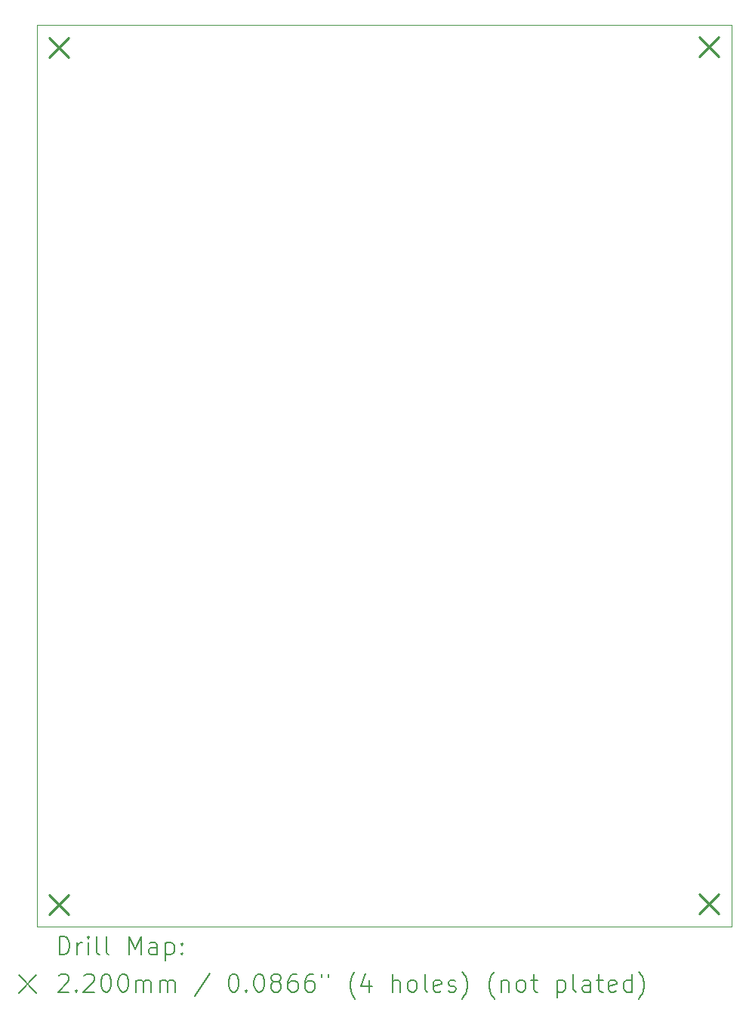
<source format=gbr>
%TF.GenerationSoftware,KiCad,Pcbnew,6.0.7-f9a2dced07~116~ubuntu20.04.1*%
%TF.CreationDate,2022-08-19T20:43:40+02:00*%
%TF.ProjectId,sboxnet-booster,73626f78-6e65-4742-9d62-6f6f73746572,rev?*%
%TF.SameCoordinates,Original*%
%TF.FileFunction,Drillmap*%
%TF.FilePolarity,Positive*%
%FSLAX45Y45*%
G04 Gerber Fmt 4.5, Leading zero omitted, Abs format (unit mm)*
G04 Created by KiCad (PCBNEW 6.0.7-f9a2dced07~116~ubuntu20.04.1) date 2022-08-19 20:43:40*
%MOMM*%
%LPD*%
G01*
G04 APERTURE LIST*
%ADD10C,0.050000*%
%ADD11C,0.200000*%
%ADD12C,0.220000*%
G04 APERTURE END LIST*
D10*
X5822400Y-5416550D02*
X13611000Y-5416550D01*
X13611000Y-5416550D02*
X13611000Y-15527450D01*
X13611000Y-15527450D02*
X5822400Y-15527450D01*
X5822400Y-15527450D02*
X5822400Y-5416550D01*
D11*
D12*
X5960000Y-5560000D02*
X6180000Y-5780000D01*
X6180000Y-5560000D02*
X5960000Y-5780000D01*
X5960000Y-15170000D02*
X6180000Y-15390000D01*
X6180000Y-15170000D02*
X5960000Y-15390000D01*
X13250000Y-5550000D02*
X13470000Y-5770000D01*
X13470000Y-5550000D02*
X13250000Y-5770000D01*
X13250000Y-15160000D02*
X13470000Y-15380000D01*
X13470000Y-15160000D02*
X13250000Y-15380000D01*
D11*
X6077519Y-15840426D02*
X6077519Y-15640426D01*
X6125138Y-15640426D01*
X6153709Y-15649950D01*
X6172757Y-15668998D01*
X6182281Y-15688045D01*
X6191805Y-15726140D01*
X6191805Y-15754712D01*
X6182281Y-15792807D01*
X6172757Y-15811855D01*
X6153709Y-15830902D01*
X6125138Y-15840426D01*
X6077519Y-15840426D01*
X6277519Y-15840426D02*
X6277519Y-15707093D01*
X6277519Y-15745188D02*
X6287043Y-15726140D01*
X6296567Y-15716617D01*
X6315614Y-15707093D01*
X6334662Y-15707093D01*
X6401328Y-15840426D02*
X6401328Y-15707093D01*
X6401328Y-15640426D02*
X6391805Y-15649950D01*
X6401328Y-15659474D01*
X6410852Y-15649950D01*
X6401328Y-15640426D01*
X6401328Y-15659474D01*
X6525138Y-15840426D02*
X6506090Y-15830902D01*
X6496567Y-15811855D01*
X6496567Y-15640426D01*
X6629900Y-15840426D02*
X6610852Y-15830902D01*
X6601328Y-15811855D01*
X6601328Y-15640426D01*
X6858471Y-15840426D02*
X6858471Y-15640426D01*
X6925138Y-15783283D01*
X6991805Y-15640426D01*
X6991805Y-15840426D01*
X7172757Y-15840426D02*
X7172757Y-15735664D01*
X7163233Y-15716617D01*
X7144186Y-15707093D01*
X7106090Y-15707093D01*
X7087043Y-15716617D01*
X7172757Y-15830902D02*
X7153709Y-15840426D01*
X7106090Y-15840426D01*
X7087043Y-15830902D01*
X7077519Y-15811855D01*
X7077519Y-15792807D01*
X7087043Y-15773759D01*
X7106090Y-15764236D01*
X7153709Y-15764236D01*
X7172757Y-15754712D01*
X7267995Y-15707093D02*
X7267995Y-15907093D01*
X7267995Y-15716617D02*
X7287043Y-15707093D01*
X7325138Y-15707093D01*
X7344186Y-15716617D01*
X7353709Y-15726140D01*
X7363233Y-15745188D01*
X7363233Y-15802331D01*
X7353709Y-15821378D01*
X7344186Y-15830902D01*
X7325138Y-15840426D01*
X7287043Y-15840426D01*
X7267995Y-15830902D01*
X7448948Y-15821378D02*
X7458471Y-15830902D01*
X7448948Y-15840426D01*
X7439424Y-15830902D01*
X7448948Y-15821378D01*
X7448948Y-15840426D01*
X7448948Y-15716617D02*
X7458471Y-15726140D01*
X7448948Y-15735664D01*
X7439424Y-15726140D01*
X7448948Y-15716617D01*
X7448948Y-15735664D01*
X5619900Y-16069950D02*
X5819900Y-16269950D01*
X5819900Y-16069950D02*
X5619900Y-16269950D01*
X6067995Y-16079474D02*
X6077519Y-16069950D01*
X6096567Y-16060426D01*
X6144186Y-16060426D01*
X6163233Y-16069950D01*
X6172757Y-16079474D01*
X6182281Y-16098521D01*
X6182281Y-16117569D01*
X6172757Y-16146140D01*
X6058471Y-16260426D01*
X6182281Y-16260426D01*
X6267995Y-16241378D02*
X6277519Y-16250902D01*
X6267995Y-16260426D01*
X6258471Y-16250902D01*
X6267995Y-16241378D01*
X6267995Y-16260426D01*
X6353709Y-16079474D02*
X6363233Y-16069950D01*
X6382281Y-16060426D01*
X6429900Y-16060426D01*
X6448948Y-16069950D01*
X6458471Y-16079474D01*
X6467995Y-16098521D01*
X6467995Y-16117569D01*
X6458471Y-16146140D01*
X6344186Y-16260426D01*
X6467995Y-16260426D01*
X6591805Y-16060426D02*
X6610852Y-16060426D01*
X6629900Y-16069950D01*
X6639424Y-16079474D01*
X6648948Y-16098521D01*
X6658471Y-16136617D01*
X6658471Y-16184236D01*
X6648948Y-16222331D01*
X6639424Y-16241378D01*
X6629900Y-16250902D01*
X6610852Y-16260426D01*
X6591805Y-16260426D01*
X6572757Y-16250902D01*
X6563233Y-16241378D01*
X6553709Y-16222331D01*
X6544186Y-16184236D01*
X6544186Y-16136617D01*
X6553709Y-16098521D01*
X6563233Y-16079474D01*
X6572757Y-16069950D01*
X6591805Y-16060426D01*
X6782281Y-16060426D02*
X6801328Y-16060426D01*
X6820376Y-16069950D01*
X6829900Y-16079474D01*
X6839424Y-16098521D01*
X6848948Y-16136617D01*
X6848948Y-16184236D01*
X6839424Y-16222331D01*
X6829900Y-16241378D01*
X6820376Y-16250902D01*
X6801328Y-16260426D01*
X6782281Y-16260426D01*
X6763233Y-16250902D01*
X6753709Y-16241378D01*
X6744186Y-16222331D01*
X6734662Y-16184236D01*
X6734662Y-16136617D01*
X6744186Y-16098521D01*
X6753709Y-16079474D01*
X6763233Y-16069950D01*
X6782281Y-16060426D01*
X6934662Y-16260426D02*
X6934662Y-16127093D01*
X6934662Y-16146140D02*
X6944186Y-16136617D01*
X6963233Y-16127093D01*
X6991805Y-16127093D01*
X7010852Y-16136617D01*
X7020376Y-16155664D01*
X7020376Y-16260426D01*
X7020376Y-16155664D02*
X7029900Y-16136617D01*
X7048948Y-16127093D01*
X7077519Y-16127093D01*
X7096567Y-16136617D01*
X7106090Y-16155664D01*
X7106090Y-16260426D01*
X7201328Y-16260426D02*
X7201328Y-16127093D01*
X7201328Y-16146140D02*
X7210852Y-16136617D01*
X7229900Y-16127093D01*
X7258471Y-16127093D01*
X7277519Y-16136617D01*
X7287043Y-16155664D01*
X7287043Y-16260426D01*
X7287043Y-16155664D02*
X7296567Y-16136617D01*
X7315614Y-16127093D01*
X7344186Y-16127093D01*
X7363233Y-16136617D01*
X7372757Y-16155664D01*
X7372757Y-16260426D01*
X7763233Y-16050902D02*
X7591805Y-16308045D01*
X8020376Y-16060426D02*
X8039424Y-16060426D01*
X8058471Y-16069950D01*
X8067995Y-16079474D01*
X8077519Y-16098521D01*
X8087043Y-16136617D01*
X8087043Y-16184236D01*
X8077519Y-16222331D01*
X8067995Y-16241378D01*
X8058471Y-16250902D01*
X8039424Y-16260426D01*
X8020376Y-16260426D01*
X8001328Y-16250902D01*
X7991805Y-16241378D01*
X7982281Y-16222331D01*
X7972757Y-16184236D01*
X7972757Y-16136617D01*
X7982281Y-16098521D01*
X7991805Y-16079474D01*
X8001328Y-16069950D01*
X8020376Y-16060426D01*
X8172757Y-16241378D02*
X8182281Y-16250902D01*
X8172757Y-16260426D01*
X8163233Y-16250902D01*
X8172757Y-16241378D01*
X8172757Y-16260426D01*
X8306090Y-16060426D02*
X8325138Y-16060426D01*
X8344186Y-16069950D01*
X8353709Y-16079474D01*
X8363233Y-16098521D01*
X8372757Y-16136617D01*
X8372757Y-16184236D01*
X8363233Y-16222331D01*
X8353709Y-16241378D01*
X8344186Y-16250902D01*
X8325138Y-16260426D01*
X8306090Y-16260426D01*
X8287043Y-16250902D01*
X8277519Y-16241378D01*
X8267995Y-16222331D01*
X8258471Y-16184236D01*
X8258471Y-16136617D01*
X8267995Y-16098521D01*
X8277519Y-16079474D01*
X8287043Y-16069950D01*
X8306090Y-16060426D01*
X8487043Y-16146140D02*
X8467995Y-16136617D01*
X8458471Y-16127093D01*
X8448948Y-16108045D01*
X8448948Y-16098521D01*
X8458471Y-16079474D01*
X8467995Y-16069950D01*
X8487043Y-16060426D01*
X8525138Y-16060426D01*
X8544186Y-16069950D01*
X8553710Y-16079474D01*
X8563233Y-16098521D01*
X8563233Y-16108045D01*
X8553710Y-16127093D01*
X8544186Y-16136617D01*
X8525138Y-16146140D01*
X8487043Y-16146140D01*
X8467995Y-16155664D01*
X8458471Y-16165188D01*
X8448948Y-16184236D01*
X8448948Y-16222331D01*
X8458471Y-16241378D01*
X8467995Y-16250902D01*
X8487043Y-16260426D01*
X8525138Y-16260426D01*
X8544186Y-16250902D01*
X8553710Y-16241378D01*
X8563233Y-16222331D01*
X8563233Y-16184236D01*
X8553710Y-16165188D01*
X8544186Y-16155664D01*
X8525138Y-16146140D01*
X8734662Y-16060426D02*
X8696567Y-16060426D01*
X8677519Y-16069950D01*
X8667995Y-16079474D01*
X8648948Y-16108045D01*
X8639424Y-16146140D01*
X8639424Y-16222331D01*
X8648948Y-16241378D01*
X8658471Y-16250902D01*
X8677519Y-16260426D01*
X8715614Y-16260426D01*
X8734662Y-16250902D01*
X8744186Y-16241378D01*
X8753710Y-16222331D01*
X8753710Y-16174712D01*
X8744186Y-16155664D01*
X8734662Y-16146140D01*
X8715614Y-16136617D01*
X8677519Y-16136617D01*
X8658471Y-16146140D01*
X8648948Y-16155664D01*
X8639424Y-16174712D01*
X8925138Y-16060426D02*
X8887043Y-16060426D01*
X8867995Y-16069950D01*
X8858471Y-16079474D01*
X8839424Y-16108045D01*
X8829900Y-16146140D01*
X8829900Y-16222331D01*
X8839424Y-16241378D01*
X8848948Y-16250902D01*
X8867995Y-16260426D01*
X8906090Y-16260426D01*
X8925138Y-16250902D01*
X8934662Y-16241378D01*
X8944186Y-16222331D01*
X8944186Y-16174712D01*
X8934662Y-16155664D01*
X8925138Y-16146140D01*
X8906090Y-16136617D01*
X8867995Y-16136617D01*
X8848948Y-16146140D01*
X8839424Y-16155664D01*
X8829900Y-16174712D01*
X9020376Y-16060426D02*
X9020376Y-16098521D01*
X9096567Y-16060426D02*
X9096567Y-16098521D01*
X9391805Y-16336617D02*
X9382281Y-16327093D01*
X9363233Y-16298521D01*
X9353710Y-16279474D01*
X9344186Y-16250902D01*
X9334662Y-16203283D01*
X9334662Y-16165188D01*
X9344186Y-16117569D01*
X9353710Y-16088998D01*
X9363233Y-16069950D01*
X9382281Y-16041378D01*
X9391805Y-16031855D01*
X9553710Y-16127093D02*
X9553710Y-16260426D01*
X9506090Y-16050902D02*
X9458471Y-16193759D01*
X9582281Y-16193759D01*
X9810852Y-16260426D02*
X9810852Y-16060426D01*
X9896567Y-16260426D02*
X9896567Y-16155664D01*
X9887043Y-16136617D01*
X9867995Y-16127093D01*
X9839424Y-16127093D01*
X9820376Y-16136617D01*
X9810852Y-16146140D01*
X10020376Y-16260426D02*
X10001329Y-16250902D01*
X9991805Y-16241378D01*
X9982281Y-16222331D01*
X9982281Y-16165188D01*
X9991805Y-16146140D01*
X10001329Y-16136617D01*
X10020376Y-16127093D01*
X10048948Y-16127093D01*
X10067995Y-16136617D01*
X10077519Y-16146140D01*
X10087043Y-16165188D01*
X10087043Y-16222331D01*
X10077519Y-16241378D01*
X10067995Y-16250902D01*
X10048948Y-16260426D01*
X10020376Y-16260426D01*
X10201329Y-16260426D02*
X10182281Y-16250902D01*
X10172757Y-16231855D01*
X10172757Y-16060426D01*
X10353710Y-16250902D02*
X10334662Y-16260426D01*
X10296567Y-16260426D01*
X10277519Y-16250902D01*
X10267995Y-16231855D01*
X10267995Y-16155664D01*
X10277519Y-16136617D01*
X10296567Y-16127093D01*
X10334662Y-16127093D01*
X10353710Y-16136617D01*
X10363233Y-16155664D01*
X10363233Y-16174712D01*
X10267995Y-16193759D01*
X10439424Y-16250902D02*
X10458471Y-16260426D01*
X10496567Y-16260426D01*
X10515614Y-16250902D01*
X10525138Y-16231855D01*
X10525138Y-16222331D01*
X10515614Y-16203283D01*
X10496567Y-16193759D01*
X10467995Y-16193759D01*
X10448948Y-16184236D01*
X10439424Y-16165188D01*
X10439424Y-16155664D01*
X10448948Y-16136617D01*
X10467995Y-16127093D01*
X10496567Y-16127093D01*
X10515614Y-16136617D01*
X10591805Y-16336617D02*
X10601329Y-16327093D01*
X10620376Y-16298521D01*
X10629900Y-16279474D01*
X10639424Y-16250902D01*
X10648948Y-16203283D01*
X10648948Y-16165188D01*
X10639424Y-16117569D01*
X10629900Y-16088998D01*
X10620376Y-16069950D01*
X10601329Y-16041378D01*
X10591805Y-16031855D01*
X10953710Y-16336617D02*
X10944186Y-16327093D01*
X10925138Y-16298521D01*
X10915614Y-16279474D01*
X10906090Y-16250902D01*
X10896567Y-16203283D01*
X10896567Y-16165188D01*
X10906090Y-16117569D01*
X10915614Y-16088998D01*
X10925138Y-16069950D01*
X10944186Y-16041378D01*
X10953710Y-16031855D01*
X11029900Y-16127093D02*
X11029900Y-16260426D01*
X11029900Y-16146140D02*
X11039424Y-16136617D01*
X11058471Y-16127093D01*
X11087043Y-16127093D01*
X11106090Y-16136617D01*
X11115614Y-16155664D01*
X11115614Y-16260426D01*
X11239424Y-16260426D02*
X11220376Y-16250902D01*
X11210852Y-16241378D01*
X11201328Y-16222331D01*
X11201328Y-16165188D01*
X11210852Y-16146140D01*
X11220376Y-16136617D01*
X11239424Y-16127093D01*
X11267995Y-16127093D01*
X11287043Y-16136617D01*
X11296567Y-16146140D01*
X11306090Y-16165188D01*
X11306090Y-16222331D01*
X11296567Y-16241378D01*
X11287043Y-16250902D01*
X11267995Y-16260426D01*
X11239424Y-16260426D01*
X11363233Y-16127093D02*
X11439424Y-16127093D01*
X11391805Y-16060426D02*
X11391805Y-16231855D01*
X11401328Y-16250902D01*
X11420376Y-16260426D01*
X11439424Y-16260426D01*
X11658471Y-16127093D02*
X11658471Y-16327093D01*
X11658471Y-16136617D02*
X11677519Y-16127093D01*
X11715614Y-16127093D01*
X11734662Y-16136617D01*
X11744186Y-16146140D01*
X11753709Y-16165188D01*
X11753709Y-16222331D01*
X11744186Y-16241378D01*
X11734662Y-16250902D01*
X11715614Y-16260426D01*
X11677519Y-16260426D01*
X11658471Y-16250902D01*
X11867995Y-16260426D02*
X11848948Y-16250902D01*
X11839424Y-16231855D01*
X11839424Y-16060426D01*
X12029900Y-16260426D02*
X12029900Y-16155664D01*
X12020376Y-16136617D01*
X12001328Y-16127093D01*
X11963233Y-16127093D01*
X11944186Y-16136617D01*
X12029900Y-16250902D02*
X12010852Y-16260426D01*
X11963233Y-16260426D01*
X11944186Y-16250902D01*
X11934662Y-16231855D01*
X11934662Y-16212807D01*
X11944186Y-16193759D01*
X11963233Y-16184236D01*
X12010852Y-16184236D01*
X12029900Y-16174712D01*
X12096567Y-16127093D02*
X12172757Y-16127093D01*
X12125138Y-16060426D02*
X12125138Y-16231855D01*
X12134662Y-16250902D01*
X12153709Y-16260426D01*
X12172757Y-16260426D01*
X12315614Y-16250902D02*
X12296567Y-16260426D01*
X12258471Y-16260426D01*
X12239424Y-16250902D01*
X12229900Y-16231855D01*
X12229900Y-16155664D01*
X12239424Y-16136617D01*
X12258471Y-16127093D01*
X12296567Y-16127093D01*
X12315614Y-16136617D01*
X12325138Y-16155664D01*
X12325138Y-16174712D01*
X12229900Y-16193759D01*
X12496567Y-16260426D02*
X12496567Y-16060426D01*
X12496567Y-16250902D02*
X12477519Y-16260426D01*
X12439424Y-16260426D01*
X12420376Y-16250902D01*
X12410852Y-16241378D01*
X12401328Y-16222331D01*
X12401328Y-16165188D01*
X12410852Y-16146140D01*
X12420376Y-16136617D01*
X12439424Y-16127093D01*
X12477519Y-16127093D01*
X12496567Y-16136617D01*
X12572757Y-16336617D02*
X12582281Y-16327093D01*
X12601328Y-16298521D01*
X12610852Y-16279474D01*
X12620376Y-16250902D01*
X12629900Y-16203283D01*
X12629900Y-16165188D01*
X12620376Y-16117569D01*
X12610852Y-16088998D01*
X12601328Y-16069950D01*
X12582281Y-16041378D01*
X12572757Y-16031855D01*
M02*

</source>
